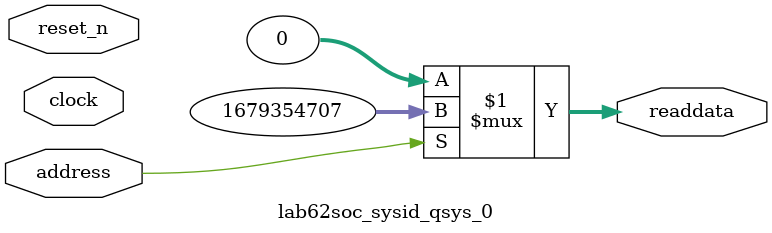
<source format=v>



// synthesis translate_off
`timescale 1ns / 1ps
// synthesis translate_on

// turn off superfluous verilog processor warnings 
// altera message_level Level1 
// altera message_off 10034 10035 10036 10037 10230 10240 10030 

module lab62soc_sysid_qsys_0 (
               // inputs:
                address,
                clock,
                reset_n,

               // outputs:
                readdata
             )
;

  output  [ 31: 0] readdata;
  input            address;
  input            clock;
  input            reset_n;

  wire    [ 31: 0] readdata;
  //control_slave, which is an e_avalon_slave
  assign readdata = address ? 1679354707 : 0;

endmodule



</source>
